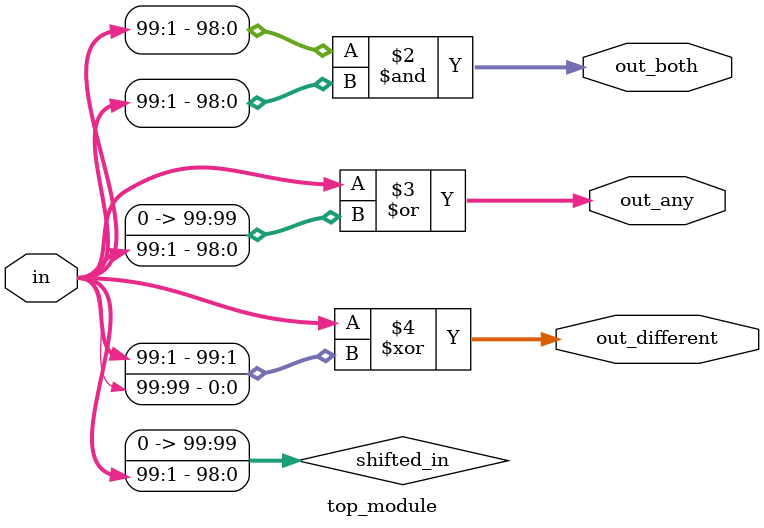
<source format=sv>
module top_module (
    input [99:0] in,
    output [98:0] out_both,
    output [99:0] out_any,
    output [99:0] out_different
);

wire [99:0] shifted_in;

// Shift the input signal by one bit
assign shifted_in = in >> 1;

// Generate the out_both signal by performing bit-wise AND operation
assign out_both = in[99:1] & shifted_in[98:0];

// Generate the out_any signal by performing bit-wise OR operation
assign out_any = in | shifted_in;

// Generate the out_different signal by performing bit-wise XOR operation
assign out_different = in ^ { shifted_in[98:0], in[99] };

endmodule

</source>
